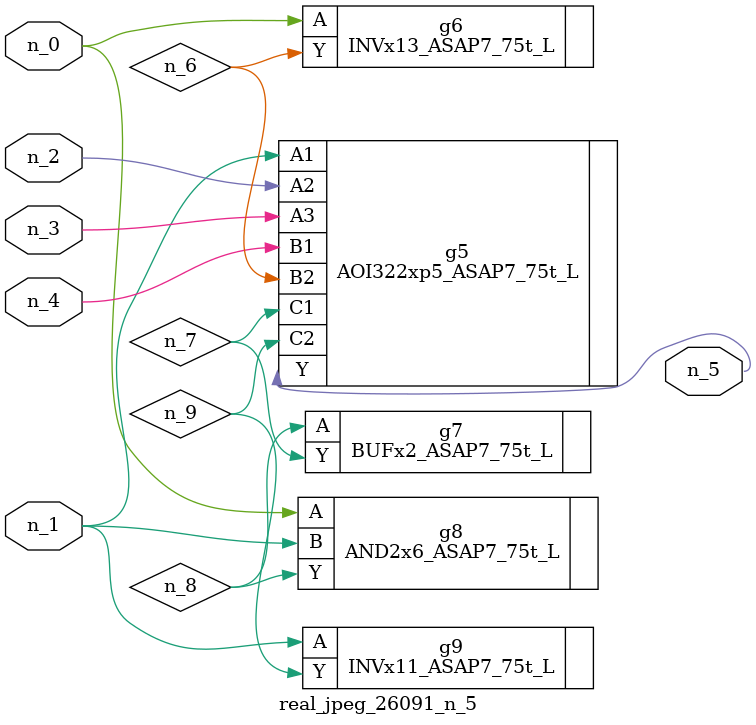
<source format=v>
module real_jpeg_26091_n_5 (n_4, n_0, n_1, n_2, n_3, n_5);

input n_4;
input n_0;
input n_1;
input n_2;
input n_3;

output n_5;

wire n_8;
wire n_6;
wire n_7;
wire n_9;

INVx13_ASAP7_75t_L g6 ( 
.A(n_0),
.Y(n_6)
);

AND2x6_ASAP7_75t_L g8 ( 
.A(n_0),
.B(n_1),
.Y(n_8)
);

AOI322xp5_ASAP7_75t_L g5 ( 
.A1(n_1),
.A2(n_2),
.A3(n_3),
.B1(n_4),
.B2(n_6),
.C1(n_7),
.C2(n_9),
.Y(n_5)
);

INVx11_ASAP7_75t_L g9 ( 
.A(n_1),
.Y(n_9)
);

BUFx2_ASAP7_75t_L g7 ( 
.A(n_8),
.Y(n_7)
);


endmodule
</source>
